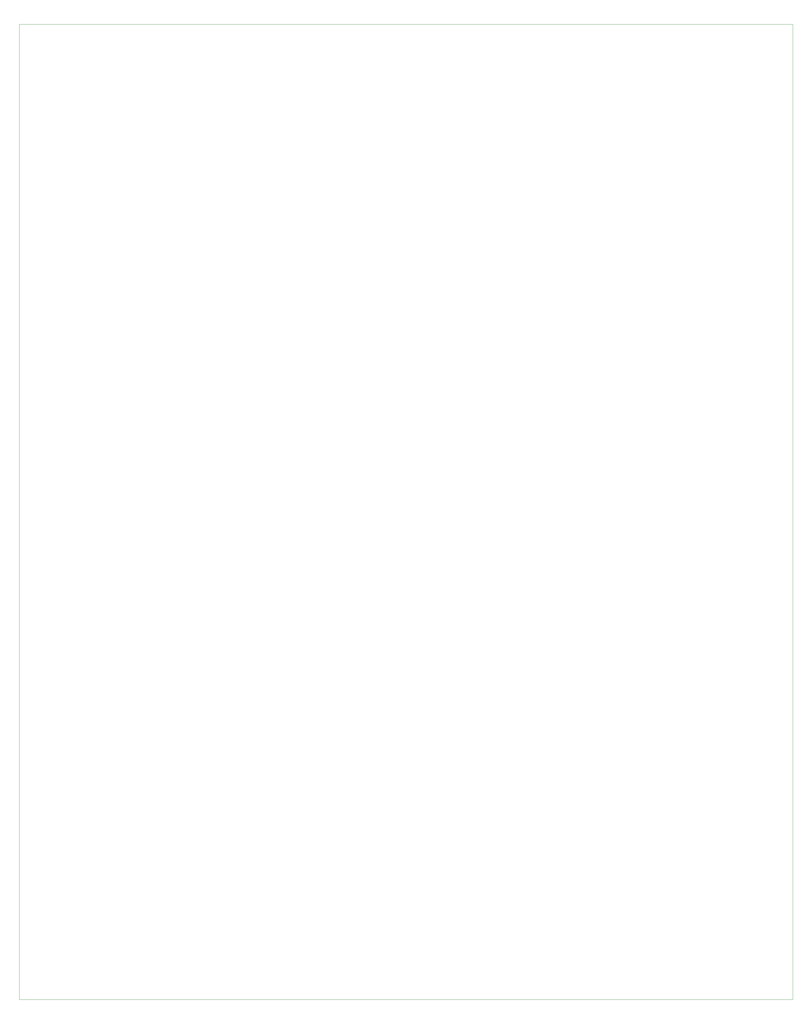
<source format=gbr>
%FSLAX34Y34*%
%MOMM*%
%LNOUTLINE*%
G71*
G01*
%ADD10C,0.002*%
%LPD*%
G54D10*
X-1577284Y560832D02*
X802716Y560832D01*
X802716Y-2439168D01*
X-1577284Y-2439168D01*
X-1577284Y560832D01*
M02*

</source>
